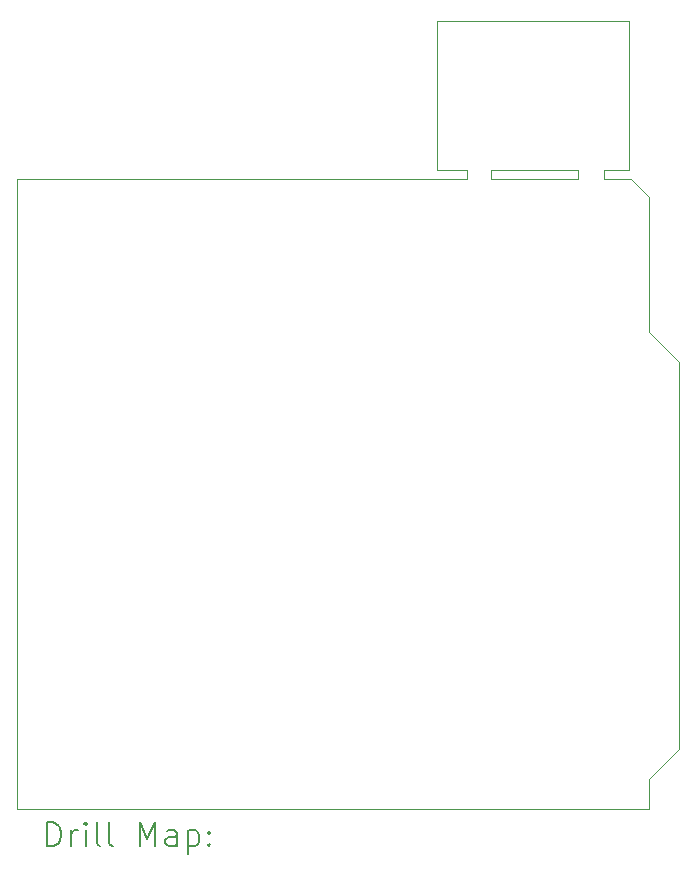
<source format=gbr>
%TF.GenerationSoftware,KiCad,Pcbnew,7.0.7*%
%TF.CreationDate,2024-04-25T01:55:27+02:00*%
%TF.ProjectId,autopcb,6175746f-7063-4622-9e6b-696361645f70,rev?*%
%TF.SameCoordinates,Original*%
%TF.FileFunction,Drillmap*%
%TF.FilePolarity,Positive*%
%FSLAX45Y45*%
G04 Gerber Fmt 4.5, Leading zero omitted, Abs format (unit mm)*
G04 Created by KiCad (PCBNEW 7.0.7) date 2024-04-25 01:55:27*
%MOMM*%
%LPD*%
G01*
G04 APERTURE LIST*
%ADD10C,0.100000*%
%ADD11C,0.200000*%
G04 APERTURE END LIST*
D10*
X16992600Y-8216900D02*
X16992600Y-8293100D01*
X17627600Y-9842500D02*
X17627600Y-13119100D01*
X15582900Y-6959600D02*
X15582900Y-8216900D01*
X16040100Y-8293100D02*
X16040100Y-8216900D01*
X17373600Y-8445500D02*
X17373600Y-9588500D01*
X17627600Y-13119100D02*
X17373600Y-13373100D01*
X16040100Y-8216900D02*
X16776700Y-8216900D01*
X16992600Y-8293100D02*
X17221200Y-8293100D01*
X16776700Y-8293100D02*
X16776700Y-8216900D01*
X15836900Y-8293100D02*
X12026900Y-8293100D01*
X17373600Y-9588500D02*
X17627600Y-9842500D01*
X17373600Y-8445500D02*
X17221200Y-8293100D01*
X17373600Y-13627100D02*
X12585700Y-13627100D01*
X17208500Y-8216900D02*
X16992600Y-8216900D01*
X12026900Y-8293100D02*
X12026900Y-13627100D01*
X17208500Y-6959600D02*
X15582900Y-6959600D01*
X17208500Y-8216900D02*
X17208500Y-6959600D01*
X15836900Y-8216900D02*
X15582900Y-8216900D01*
X12026900Y-13627100D02*
X12585700Y-13627100D01*
X16776700Y-8293100D02*
X16040100Y-8293100D01*
X17373600Y-13373100D02*
X17373600Y-13627100D01*
X15836900Y-8216900D02*
X15836900Y-8293100D01*
D11*
X12282677Y-13943584D02*
X12282677Y-13743584D01*
X12282677Y-13743584D02*
X12330296Y-13743584D01*
X12330296Y-13743584D02*
X12358867Y-13753108D01*
X12358867Y-13753108D02*
X12377915Y-13772155D01*
X12377915Y-13772155D02*
X12387439Y-13791203D01*
X12387439Y-13791203D02*
X12396962Y-13829298D01*
X12396962Y-13829298D02*
X12396962Y-13857869D01*
X12396962Y-13857869D02*
X12387439Y-13895965D01*
X12387439Y-13895965D02*
X12377915Y-13915012D01*
X12377915Y-13915012D02*
X12358867Y-13934060D01*
X12358867Y-13934060D02*
X12330296Y-13943584D01*
X12330296Y-13943584D02*
X12282677Y-13943584D01*
X12482677Y-13943584D02*
X12482677Y-13810250D01*
X12482677Y-13848346D02*
X12492201Y-13829298D01*
X12492201Y-13829298D02*
X12501724Y-13819774D01*
X12501724Y-13819774D02*
X12520772Y-13810250D01*
X12520772Y-13810250D02*
X12539820Y-13810250D01*
X12606486Y-13943584D02*
X12606486Y-13810250D01*
X12606486Y-13743584D02*
X12596962Y-13753108D01*
X12596962Y-13753108D02*
X12606486Y-13762631D01*
X12606486Y-13762631D02*
X12616010Y-13753108D01*
X12616010Y-13753108D02*
X12606486Y-13743584D01*
X12606486Y-13743584D02*
X12606486Y-13762631D01*
X12730296Y-13943584D02*
X12711248Y-13934060D01*
X12711248Y-13934060D02*
X12701724Y-13915012D01*
X12701724Y-13915012D02*
X12701724Y-13743584D01*
X12835058Y-13943584D02*
X12816010Y-13934060D01*
X12816010Y-13934060D02*
X12806486Y-13915012D01*
X12806486Y-13915012D02*
X12806486Y-13743584D01*
X13063629Y-13943584D02*
X13063629Y-13743584D01*
X13063629Y-13743584D02*
X13130296Y-13886441D01*
X13130296Y-13886441D02*
X13196962Y-13743584D01*
X13196962Y-13743584D02*
X13196962Y-13943584D01*
X13377915Y-13943584D02*
X13377915Y-13838822D01*
X13377915Y-13838822D02*
X13368391Y-13819774D01*
X13368391Y-13819774D02*
X13349343Y-13810250D01*
X13349343Y-13810250D02*
X13311248Y-13810250D01*
X13311248Y-13810250D02*
X13292201Y-13819774D01*
X13377915Y-13934060D02*
X13358867Y-13943584D01*
X13358867Y-13943584D02*
X13311248Y-13943584D01*
X13311248Y-13943584D02*
X13292201Y-13934060D01*
X13292201Y-13934060D02*
X13282677Y-13915012D01*
X13282677Y-13915012D02*
X13282677Y-13895965D01*
X13282677Y-13895965D02*
X13292201Y-13876917D01*
X13292201Y-13876917D02*
X13311248Y-13867393D01*
X13311248Y-13867393D02*
X13358867Y-13867393D01*
X13358867Y-13867393D02*
X13377915Y-13857869D01*
X13473153Y-13810250D02*
X13473153Y-14010250D01*
X13473153Y-13819774D02*
X13492201Y-13810250D01*
X13492201Y-13810250D02*
X13530296Y-13810250D01*
X13530296Y-13810250D02*
X13549343Y-13819774D01*
X13549343Y-13819774D02*
X13558867Y-13829298D01*
X13558867Y-13829298D02*
X13568391Y-13848346D01*
X13568391Y-13848346D02*
X13568391Y-13905488D01*
X13568391Y-13905488D02*
X13558867Y-13924536D01*
X13558867Y-13924536D02*
X13549343Y-13934060D01*
X13549343Y-13934060D02*
X13530296Y-13943584D01*
X13530296Y-13943584D02*
X13492201Y-13943584D01*
X13492201Y-13943584D02*
X13473153Y-13934060D01*
X13654105Y-13924536D02*
X13663629Y-13934060D01*
X13663629Y-13934060D02*
X13654105Y-13943584D01*
X13654105Y-13943584D02*
X13644582Y-13934060D01*
X13644582Y-13934060D02*
X13654105Y-13924536D01*
X13654105Y-13924536D02*
X13654105Y-13943584D01*
X13654105Y-13819774D02*
X13663629Y-13829298D01*
X13663629Y-13829298D02*
X13654105Y-13838822D01*
X13654105Y-13838822D02*
X13644582Y-13829298D01*
X13644582Y-13829298D02*
X13654105Y-13819774D01*
X13654105Y-13819774D02*
X13654105Y-13838822D01*
M02*

</source>
